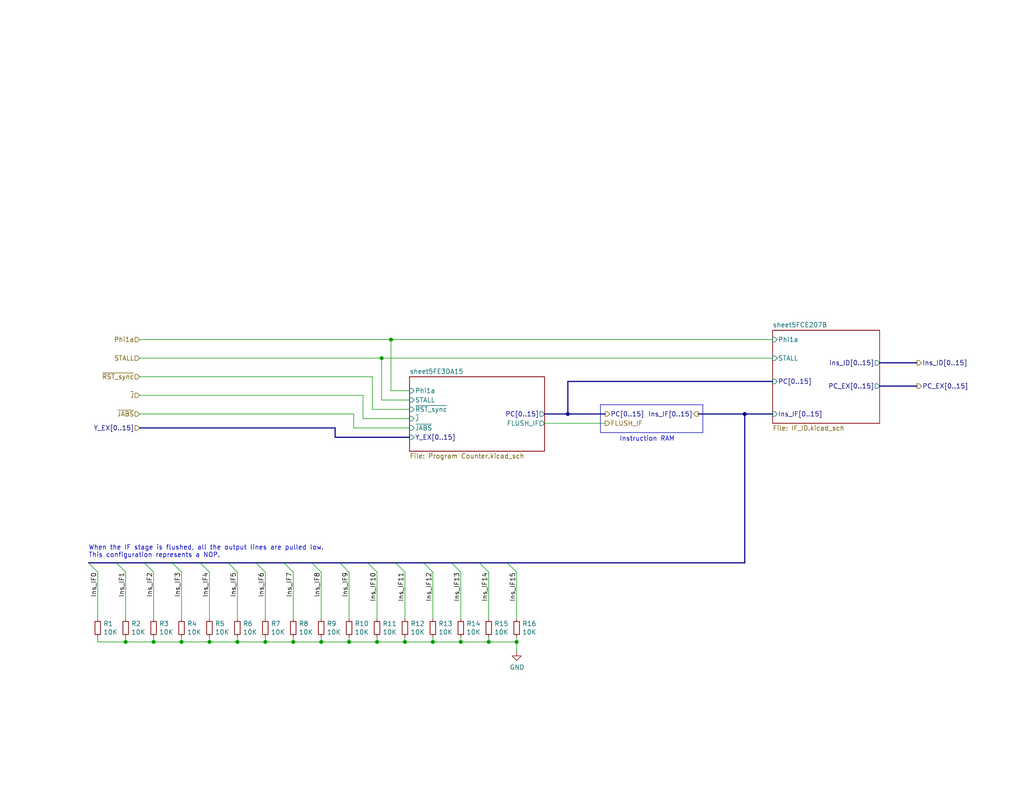
<source format=kicad_sch>
(kicad_sch (version 20230121) (generator eeschema)
  (paper "USLetter")
  (title_block (title "IF") (date "2023-11-25") (rev "A"))
  (lib_symbols
    (symbol "Device:R_Small" (pin_numbers hide) (pin_names (offset 0.254) hide)
      (property "Reference" "R" (at 0.762 0.508 0))
      (property "Value" "R_Small" (at 0.762 -1.016 0))
      (symbol "R_Small_0_1"
        (rectangle (start -0.762 1.778) (end 0.762 -1.778) (stroke (width 0.2032)))
      )
      (symbol "R_Small_1_1"
        (pin passive line (at 0 2.54 270) (length 0.762) (name "~") (number "1"))
        (pin passive line (at 0 -2.54 90) (length 0.762) (name "~") (number "2"))
      )
    )
    (symbol "power:GND" (power) (pin_names (offset 0))
      (property "Value" "GND" (at 0 -3.81 0))
      (symbol "GND_0_1"
        (polyline (pts (xy 0 0) (xy 0 -1.27) (xy 1.27 -1.27) (xy 0 -2.54) (xy -1.27 -1.27) (xy 0 -1.27)))
      )
      (symbol "GND_1_1"
        (pin power_in line (at 0 0 270) (length 0) hide (name "GND") (number "1"))
      )
    )
  )
  (junction (at 64.77 175.26))
  (junction (at 80.01 175.26))
  (junction (at 87.63 175.26))
  (junction (at 203.2 113.03))
  (junction (at 102.87 175.26))
  (junction (at 57.15 175.26))
  (junction (at 104.14 97.79))
  (junction (at 125.73 175.26))
  (junction (at 72.39 175.26))
  (junction (at 106.68 92.71))
  (junction (at 154.94 113.03))
  (junction (at 34.29 175.26))
  (junction (at 133.35 175.26))
  (junction (at 110.49 175.26))
  (junction (at 49.53 175.26))
  (junction (at 95.25 175.26))
  (junction (at 140.97 175.26))
  (junction (at 118.11 175.26))
  (junction (at 41.91 175.26))
  (bus_entry (at 57.15 156.21) (size -2.54 -2.54))
  (bus_entry (at 87.63 156.21) (size -2.54 -2.54))
  (bus_entry (at 140.97 156.21) (size -2.54 -2.54))
  (bus_entry (at 102.87 156.21) (size -2.54 -2.54))
  (bus_entry (at 95.25 156.21) (size -2.54 -2.54))
  (bus_entry (at 41.91 156.21) (size -2.54 -2.54))
  (bus_entry (at 80.01 156.21) (size -2.54 -2.54))
  (bus_entry (at 118.11 156.21) (size -2.54 -2.54))
  (bus_entry (at 64.77 156.21) (size -2.54 -2.54))
  (bus_entry (at 133.35 156.21) (size -2.54 -2.54))
  (bus_entry (at 125.73 156.21) (size -2.54 -2.54))
  (bus_entry (at 34.29 156.21) (size -2.54 -2.54))
  (bus_entry (at 26.67 156.21) (size -2.54 -2.54))
  (bus_entry (at 49.53 156.21) (size -2.54 -2.54))
  (bus_entry (at 110.49 156.21) (size -2.54 -2.54))
  (bus_entry (at 72.39 156.21) (size -2.54 -2.54))
  (bus (pts (xy 148.59 113.03) (xy 154.94 113.03)))
  (bus (pts (xy 107.95 153.67) (xy 115.57 153.67)))
  (wire (pts (xy 41.91 175.26) (xy 41.91 173.99)))
  (bus (pts (xy 115.57 153.67) (xy 123.19 153.67)))
  (wire (pts (xy 26.67 156.21) (xy 26.67 168.91)))
  (wire (pts (xy 106.68 92.71) (xy 210.82 92.71)))
  (wire (pts (xy 118.11 156.21) (xy 118.11 168.91)))
  (wire (pts (xy 140.97 175.26) (xy 133.35 175.26)))
  (wire (pts (xy 125.73 175.26) (xy 125.73 173.99)))
  (bus (pts (xy 92.71 153.67) (xy 100.33 153.67)))
  (polyline (pts (xy 191.77 110.49) (xy 163.83 110.49)))
  (bus (pts (xy 154.94 104.14) (xy 210.82 104.14)))
  (bus (pts (xy 62.23 153.67) (xy 69.85 153.67)))
  (bus (pts (xy 77.47 153.67) (xy 85.09 153.67)))
  (wire (pts (xy 38.1 107.95) (xy 99.06 107.95)))
  (wire (pts (xy 87.63 156.21) (xy 87.63 168.91)))
  (bus (pts (xy 85.09 153.67) (xy 92.71 153.67)))
  (wire (pts (xy 49.53 175.26) (xy 49.53 173.99)))
  (wire (pts (xy 133.35 175.26) (xy 133.35 173.99)))
  (polyline (pts (xy 163.83 118.11) (xy 191.77 118.11)))
  (wire (pts (xy 102.87 175.26) (xy 102.87 173.99)))
  (bus (pts (xy 250.19 105.41) (xy 240.03 105.41)))
  (bus (pts (xy 111.76 119.38) (xy 91.44 119.38)))
  (wire (pts (xy 101.6 111.76) (xy 101.6 102.87)))
  (wire (pts (xy 102.87 175.26) (xy 95.25 175.26)))
  (wire (pts (xy 148.59 115.57) (xy 165.1 115.57)))
  (wire (pts (xy 95.25 156.21) (xy 95.25 168.91)))
  (wire (pts (xy 26.67 175.26) (xy 26.67 173.99)))
  (wire (pts (xy 95.25 175.26) (xy 87.63 175.26)))
  (wire (pts (xy 110.49 156.21) (xy 110.49 168.91)))
  (wire (pts (xy 72.39 156.21) (xy 72.39 168.91)))
  (wire (pts (xy 38.1 97.79) (xy 104.14 97.79)))
  (wire (pts (xy 87.63 175.26) (xy 87.63 173.99)))
  (wire (pts (xy 210.82 97.79) (xy 104.14 97.79)))
  (wire (pts (xy 57.15 175.26) (xy 49.53 175.26)))
  (wire (pts (xy 38.1 102.87) (xy 101.6 102.87)))
  (wire (pts (xy 41.91 175.26) (xy 34.29 175.26)))
  (bus (pts (xy 123.19 153.67) (xy 130.81 153.67)))
  (bus (pts (xy 138.43 153.67) (xy 203.2 153.67)))
  (wire (pts (xy 133.35 175.26) (xy 125.73 175.26)))
  (wire (pts (xy 64.77 175.26) (xy 64.77 173.99)))
  (wire (pts (xy 118.11 175.26) (xy 118.11 173.99)))
  (wire (pts (xy 80.01 175.26) (xy 72.39 175.26)))
  (wire (pts (xy 64.77 175.26) (xy 57.15 175.26)))
  (wire (pts (xy 95.25 175.26) (xy 95.25 173.99)))
  (bus (pts (xy 203.2 113.03) (xy 210.82 113.03)))
  (wire (pts (xy 110.49 175.26) (xy 110.49 173.99)))
  (wire (pts (xy 111.76 114.3) (xy 99.06 114.3)))
  (polyline (pts (xy 163.83 110.49) (xy 163.83 118.11)))
  (wire (pts (xy 57.15 156.21) (xy 57.15 168.91)))
  (bus (pts (xy 190.5 113.03) (xy 203.2 113.03)))
  (wire (pts (xy 38.1 113.03) (xy 96.52 113.03)))
  (wire (pts (xy 34.29 175.26) (xy 34.29 173.99)))
  (wire (pts (xy 80.01 175.26) (xy 80.01 173.99)))
  (wire (pts (xy 111.76 109.22) (xy 104.14 109.22)))
  (wire (pts (xy 110.49 175.26) (xy 102.87 175.26)))
  (bus (pts (xy 91.44 116.84) (xy 38.1 116.84)))
  (bus (pts (xy 46.99 153.67) (xy 54.61 153.67)))
  (wire (pts (xy 34.29 156.21) (xy 34.29 168.91)))
  (wire (pts (xy 49.53 175.26) (xy 41.91 175.26)))
  (wire (pts (xy 111.76 116.84) (xy 96.52 116.84)))
  (wire (pts (xy 64.77 156.21) (xy 64.77 168.91)))
  (polyline (pts (xy 191.77 118.11) (xy 191.77 110.49)))
  (wire (pts (xy 96.52 116.84) (xy 96.52 113.03)))
  (wire (pts (xy 140.97 156.21) (xy 140.97 168.91)))
  (wire (pts (xy 140.97 175.26) (xy 140.97 173.99)))
  (wire (pts (xy 80.01 156.21) (xy 80.01 168.91)))
  (wire (pts (xy 111.76 111.76) (xy 101.6 111.76)))
  (wire (pts (xy 72.39 175.26) (xy 72.39 173.99)))
  (wire (pts (xy 111.76 106.68) (xy 106.68 106.68)))
  (wire (pts (xy 72.39 175.26) (xy 64.77 175.26)))
  (bus (pts (xy 54.61 153.67) (xy 62.23 153.67)))
  (wire (pts (xy 38.1 92.71) (xy 106.68 92.71)))
  (bus (pts (xy 203.2 153.67) (xy 203.2 113.03)))
  (wire (pts (xy 125.73 175.26) (xy 118.11 175.26)))
  (bus (pts (xy 240.03 99.06) (xy 250.19 99.06)))
  (wire (pts (xy 102.87 156.21) (xy 102.87 168.91)))
  (wire (pts (xy 87.63 175.26) (xy 80.01 175.26)))
  (bus (pts (xy 91.44 119.38) (xy 91.44 116.84)))
  (bus (pts (xy 69.85 153.67) (xy 77.47 153.67)))
  (wire (pts (xy 57.15 175.26) (xy 57.15 173.99)))
  (bus (pts (xy 130.81 153.67) (xy 138.43 153.67)))
  (wire (pts (xy 125.73 156.21) (xy 125.73 168.91)))
  (wire (pts (xy 99.06 114.3) (xy 99.06 107.95)))
  (wire (pts (xy 133.35 156.21) (xy 133.35 168.91)))
  (wire (pts (xy 41.91 156.21) (xy 41.91 168.91)))
  (bus (pts (xy 100.33 153.67) (xy 107.95 153.67)))
  (bus (pts (xy 24.13 153.67) (xy 31.75 153.67)))
  (bus (pts (xy 165.1 113.03) (xy 154.94 113.03)))
  (wire (pts (xy 140.97 177.8) (xy 140.97 175.26)))
  (bus (pts (xy 39.37 153.67) (xy 46.99 153.67)))
  (wire (pts (xy 34.29 175.26) (xy 26.67 175.26)))
  (bus (pts (xy 31.75 153.67) (xy 39.37 153.67)))
  (wire (pts (xy 49.53 156.21) (xy 49.53 168.91)))
  (wire (pts (xy 104.14 97.79) (xy 104.14 109.22)))
  (bus (pts (xy 154.94 113.03) (xy 154.94 104.14)))
  (wire (pts (xy 118.11 175.26) (xy 110.49 175.26)))
  (wire (pts (xy 106.68 92.71) (xy 106.68 106.68)))
  (text "Instruction RAM" (at 184.15 120.65 0) (effects (font (size 1.27 1.27)) (justify right bottom)))
  (text "When the IF stage is flushed, all the output lines are pulled low.\nThis configuration represents a NOP." (at 24.13 152.4 0) (effects (font (size 1.27 1.27)) (justify left bottom)))
  (label "Ins_IF11" (at 110.49 156.21 270))
  (label "Ins_IF13" (at 125.73 156.21 270))
  (label "Ins_IF6" (at 72.39 156.21 270))
  (label "Ins_IF12" (at 118.11 156.21 270))
  (label "Ins_IF14" (at 133.35 156.21 270))
  (label "Ins_IF1" (at 34.29 156.21 270))
  (label "Ins_IF10" (at 102.87 156.21 270))
  (label "Ins_IF5" (at 64.77 156.21 270))
  (label "Ins_IF0" (at 26.67 156.21 270))
  (label "Ins_IF8" (at 87.63 156.21 270))
  (label "Ins_IF9" (at 95.25 156.21 270))
  (label "Ins_IF7" (at 80.01 156.21 270))
  (label "Ins_IF3" (at 49.53 156.21 270))
  (label "Ins_IF15" (at 140.97 156.21 270))
  (label "Ins_IF2" (at 41.91 156.21 270))
  (label "Ins_IF4" (at 57.15 156.21 270))
  (hierarchical_label "Phi1a" (shape input) (at 38.1 92.71 180))
  (hierarchical_label "~{RST_sync}" (shape input) (at 38.1 102.87 180))
  (hierarchical_label "~{J}" (shape input) (at 38.1 107.95 180))
  (hierarchical_label "Ins_IF[0..15]" (shape output) (at 190.5 113.03 180))
  (hierarchical_label "PC[0..15]" (shape output) (at 165.1 113.03 0))
  (hierarchical_label "STALL" (shape input) (at 38.1 97.79 180))
  (hierarchical_label "PC_EX[0..15]" (shape output) (at 250.19 105.41 0))
  (hierarchical_label "Y_EX[0..15]" (shape input) (at 38.1 116.84 180))
  (hierarchical_label "~{JABS}" (shape input) (at 38.1 113.03 180))
  (hierarchical_label "Ins_ID[0..15]" (shape output) (at 250.19 99.06 0))
  (hierarchical_label "FLUSH_IF" (shape output) (at 165.1 115.57 0))
  (symbol (lib_id "Device:R_Small") (at 133.35 171.45 0) (unit 1)
    (property "Reference" "R15" (at 134.8486 170.2816 0) (effects (justify left)))
    (property "Value" "10K" (at 134.8486 172.593 0) (effects (justify left)))
    (property "Footprint" "Resistor_SMD:R_0603_1608Metric" (effects hide))
    (property "Datasheet" "https://www.mouser.com/datasheet/2/54/cr-1858361.pdf" (effects hide))
    (property "Manufacturer" "Bourns" (effects hide))
    (property "Manufacturer#" "CR0603-FX-1002ELF" (effects hide))
    (property "Mouser#" "652-CR0603FX-1002ELF" (effects hide))
    (property "Digikey#" "CR0603-FX-1002ELFCT-N" (effects hide))
  )
  (symbol (lib_id "Device:R_Small") (at 64.77 171.45 0) (unit 1)
    (property "Reference" "R6" (at 66.2686 170.2816 0) (effects (justify left)))
    (property "Value" "10K" (at 66.2686 172.593 0) (effects (justify left)))
    (property "Footprint" "Resistor_SMD:R_0603_1608Metric" (effects hide))
    (property "Datasheet" "https://www.mouser.com/datasheet/2/54/cr-1858361.pdf" (effects hide))
    (property "Manufacturer" "Bourns" (effects hide))
    (property "Manufacturer#" "CR0603-FX-1002ELF" (effects hide))
    (property "Mouser#" "652-CR0603FX-1002ELF" (effects hide))
    (property "Digikey#" "CR0603-FX-1002ELFCT-N" (effects hide))
  )
  (symbol (lib_id "Device:R_Small") (at 110.49 171.45 0) (unit 1)
    (property "Reference" "R12" (at 111.9886 170.2816 0) (effects (justify left)))
    (property "Value" "10K" (at 111.9886 172.593 0) (effects (justify left)))
    (property "Footprint" "Resistor_SMD:R_0603_1608Metric" (effects hide))
    (property "Datasheet" "https://www.mouser.com/datasheet/2/54/cr-1858361.pdf" (effects hide))
    (property "Manufacturer" "Bourns" (effects hide))
    (property "Manufacturer#" "CR0603-FX-1002ELF" (effects hide))
    (property "Mouser#" "652-CR0603FX-1002ELF" (effects hide))
    (property "Digikey#" "CR0603-FX-1002ELFCT-N" (effects hide))
  )
  (symbol (lib_id "Device:R_Small") (at 95.25 171.45 0) (unit 1)
    (property "Reference" "R10" (at 96.7486 170.2816 0) (effects (justify left)))
    (property "Value" "10K" (at 96.7486 172.593 0) (effects (justify left)))
    (property "Footprint" "Resistor_SMD:R_0603_1608Metric" (effects hide))
    (property "Datasheet" "https://www.mouser.com/datasheet/2/54/cr-1858361.pdf" (effects hide))
    (property "Manufacturer" "Bourns" (effects hide))
    (property "Manufacturer#" "CR0603-FX-1002ELF" (effects hide))
    (property "Mouser#" "652-CR0603FX-1002ELF" (effects hide))
    (property "Digikey#" "CR0603-FX-1002ELFCT-N" (effects hide))
  )
  (symbol (lib_id "Device:R_Small") (at 118.11 171.45 0) (unit 1)
    (property "Reference" "R13" (at 119.6086 170.2816 0) (effects (justify left)))
    (property "Value" "10K" (at 119.6086 172.593 0) (effects (justify left)))
    (property "Footprint" "Resistor_SMD:R_0603_1608Metric" (effects hide))
    (property "Datasheet" "https://www.mouser.com/datasheet/2/54/cr-1858361.pdf" (effects hide))
    (property "Manufacturer" "Bourns" (effects hide))
    (property "Manufacturer#" "CR0603-FX-1002ELF" (effects hide))
    (property "Mouser#" "652-CR0603FX-1002ELF" (effects hide))
    (property "Digikey#" "CR0603-FX-1002ELFCT-N" (effects hide))
  )
  (symbol (lib_id "Device:R_Small") (at 87.63 171.45 0) (unit 1)
    (property "Reference" "R9" (at 89.1286 170.2816 0) (effects (justify left)))
    (property "Value" "10K" (at 89.1286 172.593 0) (effects (justify left)))
    (property "Footprint" "Resistor_SMD:R_0603_1608Metric" (effects hide))
    (property "Datasheet" "https://www.mouser.com/datasheet/2/54/cr-1858361.pdf" (effects hide))
    (property "Manufacturer" "Bourns" (effects hide))
    (property "Manufacturer#" "CR0603-FX-1002ELF" (effects hide))
    (property "Mouser#" "652-CR0603FX-1002ELF" (effects hide))
    (property "Digikey#" "CR0603-FX-1002ELFCT-N" (effects hide))
  )
  (symbol (lib_id "Device:R_Small") (at 57.15 171.45 0) (unit 1)
    (property "Reference" "R5" (at 58.6486 170.2816 0) (effects (justify left)))
    (property "Value" "10K" (at 58.6486 172.593 0) (effects (justify left)))
    (property "Footprint" "Resistor_SMD:R_0603_1608Metric" (effects hide))
    (property "Datasheet" "https://www.mouser.com/datasheet/2/54/cr-1858361.pdf" (effects hide))
    (property "Manufacturer" "Bourns" (effects hide))
    (property "Manufacturer#" "CR0603-FX-1002ELF" (effects hide))
    (property "Mouser#" "652-CR0603FX-1002ELF" (effects hide))
    (property "Digikey#" "CR0603-FX-1002ELFCT-N" (effects hide))
  )
  (symbol (lib_id "Device:R_Small") (at 102.87 171.45 0) (unit 1)
    (property "Reference" "R11" (at 104.3686 170.2816 0) (effects (justify left)))
    (property "Value" "10K" (at 104.3686 172.593 0) (effects (justify left)))
    (property "Footprint" "Resistor_SMD:R_0603_1608Metric" (effects hide))
    (property "Datasheet" "https://www.mouser.com/datasheet/2/54/cr-1858361.pdf" (effects hide))
    (property "Manufacturer" "Bourns" (effects hide))
    (property "Manufacturer#" "CR0603-FX-1002ELF" (effects hide))
    (property "Mouser#" "652-CR0603FX-1002ELF" (effects hide))
    (property "Digikey#" "CR0603-FX-1002ELFCT-N" (effects hide))
  )
  (symbol (lib_id "Device:R_Small") (at 41.91 171.45 0) (unit 1)
    (property "Reference" "R3" (at 43.4086 170.2816 0) (effects (justify left)))
    (property "Value" "10K" (at 43.4086 172.593 0) (effects (justify left)))
    (property "Footprint" "Resistor_SMD:R_0603_1608Metric" (effects hide))
    (property "Datasheet" "https://www.mouser.com/datasheet/2/54/cr-1858361.pdf" (effects hide))
    (property "Manufacturer" "Bourns" (effects hide))
    (property "Manufacturer#" "CR0603-FX-1002ELF" (effects hide))
    (property "Mouser#" "652-CR0603FX-1002ELF" (effects hide))
    (property "Digikey#" "CR0603-FX-1002ELFCT-N" (effects hide))
  )
  (symbol (lib_id "Device:R_Small") (at 72.39 171.45 0) (unit 1)
    (property "Reference" "R7" (at 73.8886 170.2816 0) (effects (justify left)))
    (property "Value" "10K" (at 73.8886 172.593 0) (effects (justify left)))
    (property "Footprint" "Resistor_SMD:R_0603_1608Metric" (effects hide))
    (property "Datasheet" "https://www.mouser.com/datasheet/2/54/cr-1858361.pdf" (effects hide))
    (property "Manufacturer" "Bourns" (effects hide))
    (property "Manufacturer#" "CR0603-FX-1002ELF" (effects hide))
    (property "Mouser#" "652-CR0603FX-1002ELF" (effects hide))
    (property "Digikey#" "CR0603-FX-1002ELFCT-N" (effects hide))
  )
  (symbol (lib_id "Device:R_Small") (at 49.53 171.45 0) (unit 1)
    (property "Reference" "R4" (at 51.0286 170.2816 0) (effects (justify left)))
    (property "Value" "10K" (at 51.0286 172.593 0) (effects (justify left)))
    (property "Footprint" "Resistor_SMD:R_0603_1608Metric" (effects hide))
    (property "Datasheet" "https://www.mouser.com/datasheet/2/54/cr-1858361.pdf" (effects hide))
    (property "Manufacturer" "Bourns" (effects hide))
    (property "Manufacturer#" "CR0603-FX-1002ELF" (effects hide))
    (property "Mouser#" "652-CR0603FX-1002ELF" (effects hide))
    (property "Digikey#" "CR0603-FX-1002ELFCT-N" (effects hide))
  )
  (symbol (lib_id "Device:R_Small") (at 34.29 171.45 0) (unit 1)
    (property "Reference" "R2" (at 35.7886 170.2816 0) (effects (justify left)))
    (property "Value" "10K" (at 35.7886 172.593 0) (effects (justify left)))
    (property "Footprint" "Resistor_SMD:R_0603_1608Metric" (effects hide))
    (property "Datasheet" "https://www.mouser.com/datasheet/2/54/cr-1858361.pdf" (effects hide))
    (property "Manufacturer" "Bourns" (effects hide))
    (property "Manufacturer#" "CR0603-FX-1002ELF" (effects hide))
    (property "Mouser#" "652-CR0603FX-1002ELF" (effects hide))
    (property "Digikey#" "CR0603-FX-1002ELFCT-N" (effects hide))
  )
  (symbol (lib_id "power:GND") (at 140.97 177.8 0) (unit 1)
    (property "Reference" "#PWR0335" (effects hide))
    (property "Value" "GND" (at 141.097 182.1942 0))
  )
  (symbol (lib_id "Device:R_Small") (at 80.01 171.45 0) (unit 1)
    (property "Reference" "R8" (at 81.5086 170.2816 0) (effects (justify left)))
    (property "Value" "10K" (at 81.5086 172.593 0) (effects (justify left)))
    (property "Footprint" "Resistor_SMD:R_0603_1608Metric" (effects hide))
    (property "Datasheet" "https://www.mouser.com/datasheet/2/54/cr-1858361.pdf" (effects hide))
    (property "Manufacturer" "Bourns" (effects hide))
    (property "Manufacturer#" "CR0603-FX-1002ELF" (effects hide))
    (property "Mouser#" "652-CR0603FX-1002ELF" (effects hide))
    (property "Digikey#" "CR0603-FX-1002ELFCT-N" (effects hide))
  )
  (symbol (lib_id "Device:R_Small") (at 125.73 171.45 0) (unit 1)
    (property "Reference" "R14" (at 127.2286 170.2816 0) (effects (justify left)))
    (property "Value" "10K" (at 127.2286 172.593 0) (effects (justify left)))
    (property "Footprint" "Resistor_SMD:R_0603_1608Metric" (effects hide))
    (property "Datasheet" "https://www.mouser.com/datasheet/2/54/cr-1858361.pdf" (effects hide))
    (property "Manufacturer" "Bourns" (effects hide))
    (property "Manufacturer#" "CR0603-FX-1002ELF" (effects hide))
    (property "Mouser#" "652-CR0603FX-1002ELF" (effects hide))
    (property "Digikey#" "CR0603-FX-1002ELFCT-N" (effects hide))
  )
  (symbol (lib_id "Device:R_Small") (at 26.67 171.45 0) (unit 1)
    (property "Reference" "R1" (at 28.1686 170.2816 0) (effects (justify left)))
    (property "Value" "10K" (at 28.1686 172.593 0) (effects (justify left)))
    (property "Footprint" "Resistor_SMD:R_0603_1608Metric" (effects hide))
    (property "Datasheet" "https://www.mouser.com/datasheet/2/54/cr-1858361.pdf" (effects hide))
    (property "Manufacturer" "Bourns" (effects hide))
    (property "Manufacturer#" "CR0603-FX-1002ELF" (effects hide))
    (property "Mouser#" "652-CR0603FX-1002ELF" (effects hide))
    (property "Digikey#" "CR0603-FX-1002ELFCT-N" (effects hide))
  )
  (symbol (lib_id "Device:R_Small") (at 140.97 171.45 0) (unit 1)
    (property "Reference" "R16" (at 142.4686 170.2816 0) (effects (justify left)))
    (property "Value" "10K" (at 142.4686 172.593 0) (effects (justify left)))
    (property "Footprint" "Resistor_SMD:R_0603_1608Metric" (effects hide))
    (property "Datasheet" "https://www.mouser.com/datasheet/2/54/cr-1858361.pdf" (effects hide))
    (property "Manufacturer" "Bourns" (effects hide))
    (property "Manufacturer#" "CR0603-FX-1002ELF" (effects hide))
    (property "Mouser#" "652-CR0603FX-1002ELF" (effects hide))
    (property "Digikey#" "CR0603-FX-1002ELFCT-N" (effects hide))
  )
  (sheet (at 210.82 90.17) (size 29.21 25.4)
    (property "Sheetname" "sheet5FCE207B" (at 210.82 89.4584 0) (effects (justify left bottom)))
    (property "Sheetfile" "IF_ID.kicad_sch" (at 210.82 116.1546 0) (effects (justify left top)))
    (pin "PC[0..15]" input (at 210.82 104.14 180))
    (pin "PC_EX[0..15]" output (at 240.03 105.41 0))
    (pin "Ins_IF[0..15]" input (at 210.82 113.03 180))
    (pin "Ins_ID[0..15]" output (at 240.03 99.06 0))
    (pin "STALL" input (at 210.82 97.79 180))
    (pin "Phi1a" input (at 210.82 92.71 180))
  )
  (sheet (at 111.76 102.87) (size 36.83 20.32)
    (property "Sheetname" "sheet5FE3DA15" (at 111.76 102.1584 0) (effects (justify left bottom)))
    (property "Sheetfile" "Program Counter.kicad_sch" (at 111.76 123.7746 0) (effects (justify left top)))
    (pin "~{RST_sync}" input (at 111.76 111.76 180))
    (pin "~{J}" input (at 111.76 114.3 180))
    (pin "PC[0..15]" output (at 148.59 113.03 0))
    (pin "Y_EX[0..15]" input (at 111.76 119.38 180))
    (pin "~{JABS}" input (at 111.76 116.84 180))
    (pin "STALL" input (at 111.76 109.22 180))
    (pin "FLUSH_IF" output (at 148.59 115.57 0))
    (pin "Phi1a" input (at 111.76 106.68 180))
  )
)
</source>
